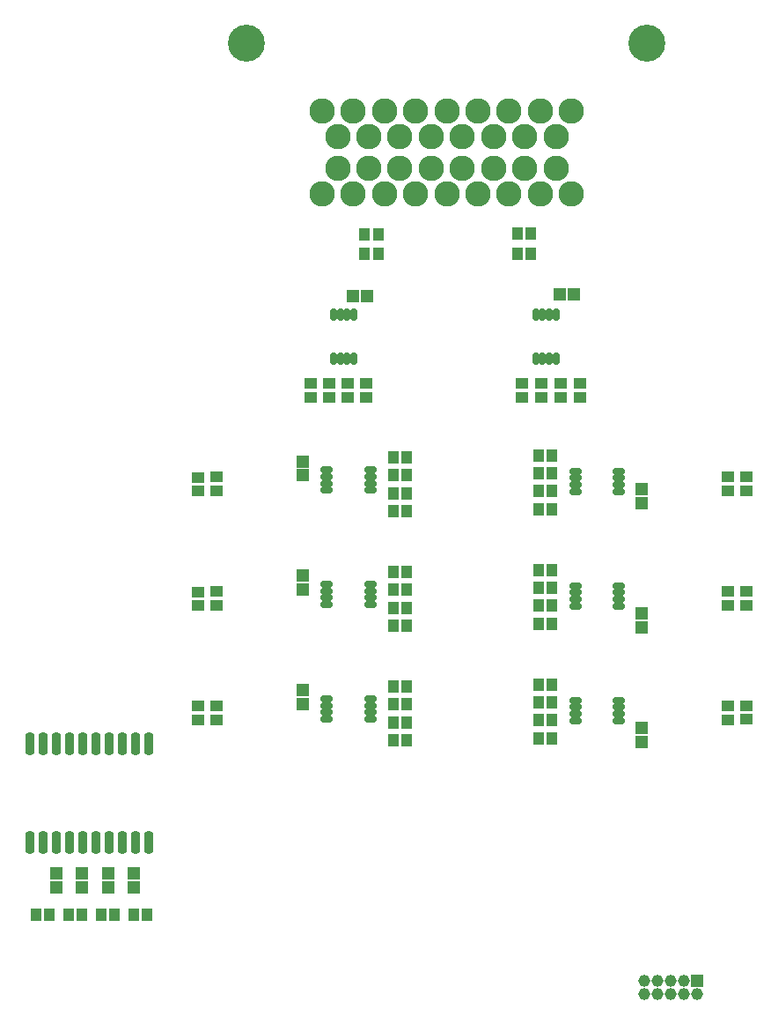
<source format=gbs>
G04*
G04 #@! TF.GenerationSoftware,Altium Limited,Altium Designer,20.0.13 (296)*
G04*
G04 Layer_Color=16711935*
%FSLAX25Y25*%
%MOIN*%
G70*
G01*
G75*
G04:AMPARAMS|DCode=32|XSize=33.62mil|YSize=84.8mil|CornerRadius=10.91mil|HoleSize=0mil|Usage=FLASHONLY|Rotation=180.000|XOffset=0mil|YOffset=0mil|HoleType=Round|Shape=RoundedRectangle|*
%AMROUNDEDRECTD32*
21,1,0.03362,0.06299,0,0,180.0*
21,1,0.01181,0.08480,0,0,180.0*
1,1,0.02181,-0.00591,0.03150*
1,1,0.02181,0.00591,0.03150*
1,1,0.02181,0.00591,-0.03150*
1,1,0.02181,-0.00591,-0.03150*
%
%ADD32ROUNDEDRECTD32*%
%ADD36R,0.04740X0.04347*%
%ADD37R,0.04937X0.04543*%
%ADD38R,0.04543X0.04937*%
%ADD39R,0.04347X0.04740*%
%ADD49C,0.13992*%
%ADD50C,0.09661*%
%ADD51C,0.04543*%
%ADD52R,0.04543X0.04543*%
G04:AMPARAMS|DCode=65|XSize=26.53mil|YSize=45mil|CornerRadius=9.13mil|HoleSize=0mil|Usage=FLASHONLY|Rotation=90.000|XOffset=0mil|YOffset=0mil|HoleType=Round|Shape=RoundedRectangle|*
%AMROUNDEDRECTD65*
21,1,0.02653,0.02673,0,0,90.0*
21,1,0.00827,0.04500,0,0,90.0*
1,1,0.01827,0.01337,0.00413*
1,1,0.01827,0.01337,-0.00413*
1,1,0.01827,-0.01337,-0.00413*
1,1,0.01827,-0.01337,0.00413*
%
%ADD65ROUNDEDRECTD65*%
G04:AMPARAMS|DCode=66|XSize=26.53mil|YSize=45mil|CornerRadius=9.13mil|HoleSize=0mil|Usage=FLASHONLY|Rotation=180.000|XOffset=0mil|YOffset=0mil|HoleType=Round|Shape=RoundedRectangle|*
%AMROUNDEDRECTD66*
21,1,0.02653,0.02673,0,0,180.0*
21,1,0.00827,0.04500,0,0,180.0*
1,1,0.01827,-0.00413,0.01337*
1,1,0.01827,0.00413,0.01337*
1,1,0.01827,0.00413,-0.01337*
1,1,0.01827,-0.00413,-0.01337*
%
%ADD66ROUNDEDRECTD66*%
D32*
X81918Y73561D02*
D03*
X76917D02*
D03*
X71917D02*
D03*
X66918D02*
D03*
X61918D02*
D03*
X56918D02*
D03*
X51917D02*
D03*
X46918D02*
D03*
X41917D02*
D03*
X36917D02*
D03*
X81918Y110962D02*
D03*
X76917D02*
D03*
X71917D02*
D03*
X66918D02*
D03*
X61918D02*
D03*
X56918D02*
D03*
X51917D02*
D03*
X46918D02*
D03*
X41917D02*
D03*
X36917D02*
D03*
D36*
X301300Y125192D02*
D03*
Y120074D02*
D03*
X308450Y120130D02*
D03*
Y125248D02*
D03*
Y163437D02*
D03*
Y168555D02*
D03*
X301300Y168499D02*
D03*
Y163381D02*
D03*
Y211806D02*
D03*
Y206688D02*
D03*
X308450Y206744D02*
D03*
Y211862D02*
D03*
X223271Y247147D02*
D03*
Y242029D02*
D03*
X230634Y242029D02*
D03*
Y247147D02*
D03*
X237997Y247147D02*
D03*
Y242029D02*
D03*
X245360Y242029D02*
D03*
Y247147D02*
D03*
X157413Y242029D02*
D03*
Y247147D02*
D03*
X150314Y247147D02*
D03*
Y242029D02*
D03*
X164512Y247147D02*
D03*
Y242029D02*
D03*
X107685Y206675D02*
D03*
Y211793D02*
D03*
X100536Y211738D02*
D03*
Y206620D02*
D03*
Y168431D02*
D03*
Y163313D02*
D03*
X107685Y163368D02*
D03*
Y168486D02*
D03*
X100536Y125124D02*
D03*
Y120006D02*
D03*
X107685Y125179D02*
D03*
Y120061D02*
D03*
X143215Y247147D02*
D03*
Y242029D02*
D03*
D37*
X268776Y116828D02*
D03*
Y111513D02*
D03*
Y160135D02*
D03*
Y154820D02*
D03*
X140503Y212455D02*
D03*
Y217769D02*
D03*
Y169147D02*
D03*
Y174462D02*
D03*
Y125840D02*
D03*
Y131155D02*
D03*
X46885Y62015D02*
D03*
Y56700D02*
D03*
X56710Y62015D02*
D03*
Y56700D02*
D03*
X66536Y62015D02*
D03*
Y56700D02*
D03*
X76361Y62015D02*
D03*
Y56700D02*
D03*
X268700Y201916D02*
D03*
Y207230D02*
D03*
D38*
X237644Y280997D02*
D03*
X242959D02*
D03*
X159325Y280213D02*
D03*
X164640D02*
D03*
D39*
X234770Y133374D02*
D03*
X229652D02*
D03*
X229652Y126619D02*
D03*
X234770D02*
D03*
X234770Y119865D02*
D03*
X229652D02*
D03*
X229652Y113111D02*
D03*
X234770D02*
D03*
X234770Y176681D02*
D03*
X229652D02*
D03*
X229652Y169927D02*
D03*
X234770D02*
D03*
X234770Y163172D02*
D03*
X229652D02*
D03*
X229652Y156418D02*
D03*
X234770D02*
D03*
X229652Y199725D02*
D03*
X234770D02*
D03*
X234770Y206479D02*
D03*
X229652D02*
D03*
X229652Y213234D02*
D03*
X234770D02*
D03*
X234770Y219988D02*
D03*
X229652D02*
D03*
X226642Y304007D02*
D03*
X221524D02*
D03*
X221524Y296298D02*
D03*
X226642D02*
D03*
X168918Y303588D02*
D03*
X163800D02*
D03*
X163815Y296362D02*
D03*
X168933D02*
D03*
X174679Y198953D02*
D03*
X179797D02*
D03*
X179797Y205707D02*
D03*
X174679D02*
D03*
X174679Y212461D02*
D03*
X179797D02*
D03*
X179797Y219215D02*
D03*
X174679D02*
D03*
X179797Y175908D02*
D03*
X174679D02*
D03*
X174679Y169154D02*
D03*
X179797D02*
D03*
X179797Y162400D02*
D03*
X174679D02*
D03*
X174679Y155646D02*
D03*
X179797D02*
D03*
X174679Y112339D02*
D03*
X179797D02*
D03*
X179797Y119093D02*
D03*
X174679D02*
D03*
X179797Y132601D02*
D03*
X174679D02*
D03*
X174679Y125847D02*
D03*
X179797D02*
D03*
X39282Y46368D02*
D03*
X44400D02*
D03*
X51609D02*
D03*
X56727D02*
D03*
X63935D02*
D03*
X69053D02*
D03*
X76262D02*
D03*
X81380D02*
D03*
D49*
X119095Y375984D02*
D03*
X270669D02*
D03*
D50*
X242126Y350394D02*
D03*
X230315D02*
D03*
X218504D02*
D03*
X206693D02*
D03*
X194882D02*
D03*
X183071D02*
D03*
X171260D02*
D03*
X159449D02*
D03*
X147638D02*
D03*
X236221Y340551D02*
D03*
X224409D02*
D03*
X212598D02*
D03*
X200787D02*
D03*
X188976D02*
D03*
X177165D02*
D03*
X165354D02*
D03*
X153543D02*
D03*
X236221Y328740D02*
D03*
X224409D02*
D03*
X212598D02*
D03*
X200787D02*
D03*
X188976D02*
D03*
X177165D02*
D03*
X165354D02*
D03*
X153543D02*
D03*
X242126Y318898D02*
D03*
X230315D02*
D03*
X218504D02*
D03*
X206693D02*
D03*
X194882D02*
D03*
X183071D02*
D03*
X171260D02*
D03*
X159449D02*
D03*
X147638D02*
D03*
D51*
X269550Y21440D02*
D03*
Y16440D02*
D03*
X274550Y21440D02*
D03*
Y16440D02*
D03*
X279550Y21440D02*
D03*
Y16440D02*
D03*
X284550Y21440D02*
D03*
Y16440D02*
D03*
X289550D02*
D03*
D52*
Y21440D02*
D03*
D65*
X260152Y127391D02*
D03*
Y124832D02*
D03*
Y122273D02*
D03*
Y119714D02*
D03*
X243573Y127391D02*
D03*
Y124832D02*
D03*
Y122273D02*
D03*
Y119714D02*
D03*
X260152Y170698D02*
D03*
Y168139D02*
D03*
Y165580D02*
D03*
Y163021D02*
D03*
X243573Y170698D02*
D03*
Y168139D02*
D03*
Y165580D02*
D03*
Y163021D02*
D03*
X260152Y214005D02*
D03*
Y211446D02*
D03*
Y208887D02*
D03*
Y206328D02*
D03*
X243573Y214005D02*
D03*
Y211446D02*
D03*
Y208887D02*
D03*
Y206328D02*
D03*
X149297Y206875D02*
D03*
Y209434D02*
D03*
Y211993D02*
D03*
Y214552D02*
D03*
X165876Y206875D02*
D03*
Y209434D02*
D03*
Y211993D02*
D03*
Y214552D02*
D03*
X149297Y163568D02*
D03*
Y166127D02*
D03*
Y168686D02*
D03*
Y171245D02*
D03*
X165876Y163568D02*
D03*
Y166127D02*
D03*
Y168686D02*
D03*
Y171245D02*
D03*
X149297Y120261D02*
D03*
Y122820D02*
D03*
Y125379D02*
D03*
Y127938D02*
D03*
X165876Y120261D02*
D03*
Y122820D02*
D03*
Y125379D02*
D03*
Y127938D02*
D03*
D66*
X228597Y273120D02*
D03*
X231156D02*
D03*
X233715D02*
D03*
X236274D02*
D03*
X228597Y256542D02*
D03*
X231156D02*
D03*
X233715D02*
D03*
X236274D02*
D03*
X159677D02*
D03*
X157117D02*
D03*
X154558D02*
D03*
X151999D02*
D03*
X159677Y273120D02*
D03*
X157117D02*
D03*
X154558D02*
D03*
X151999D02*
D03*
M02*

</source>
